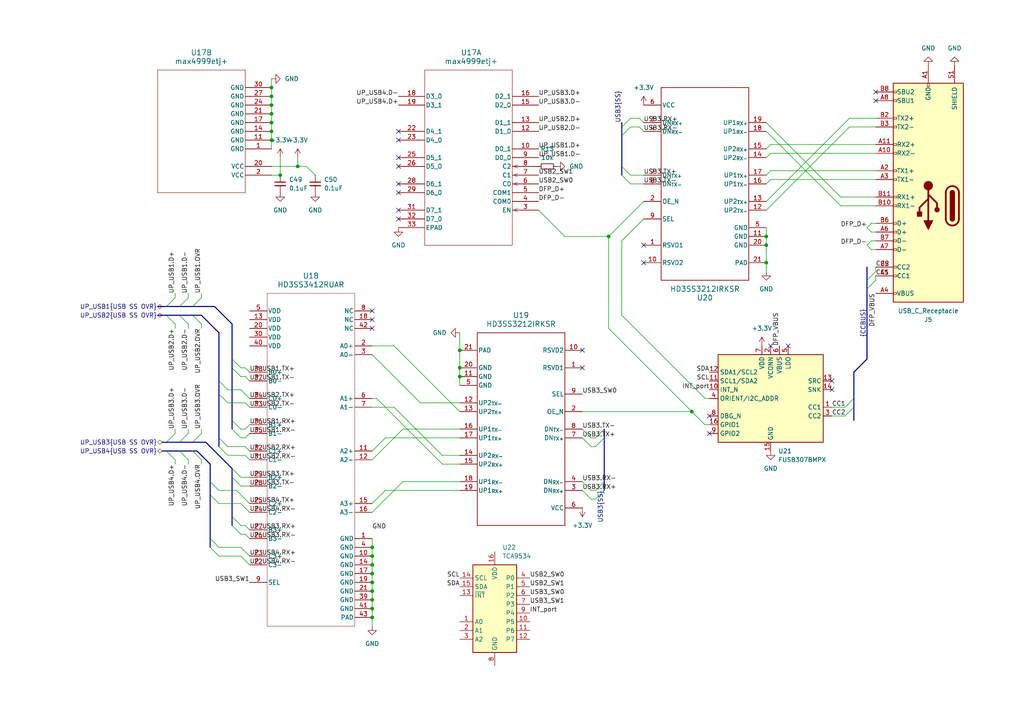
<source format=kicad_sch>
(kicad_sch (version 20230121) (generator eeschema)
  (paper "A4")
  (lib_symbols
    (symbol "Connector:USB_C_Receptacle" (pin_names (offset 1.016))
      (property "Reference" "J" (at -10.16 29.21 0))
      (property "Value" "USB_C_Receptacle" (at 10.16 29.21 0))
      (symbol "USB_C_Receptacle_0_0"
        (rectangle (start -0.254 -35.56) (end 0.254 -34.544))
        (rectangle (start 10.16 -32.766) (end 9.144 -33.274))
        (rectangle (start 10.16 -30.226) (end 9.144 -30.734))
        (rectangle (start 10.16 -25.146) (end 9.144 -25.654))
        (rectangle (start 10.16 -22.606) (end 9.144 -23.114))
        (rectangle (start 10.16 -17.526) (end 9.144 -18.034))
        (rectangle (start 10.16 -14.986) (end 9.144 -15.494))
        (rectangle (start 10.16 -9.906) (end 9.144 -10.414))
        (rectangle (start 10.16 -7.366) (end 9.144 -7.874))
        (rectangle (start 10.16 -2.286) (end 9.144 -2.794))
        (rectangle (start 10.16 0.254) (end 9.144 -0.254))
        (rectangle (start 10.16 5.334) (end 9.144 4.826))
        (rectangle (start 10.16 7.874) (end 9.144 7.366))
        (rectangle (start 10.16 10.414) (end 9.144 9.906))
        (rectangle (start 10.16 12.954) (end 9.144 12.446))
        (rectangle (start 10.16 18.034) (end 9.144 17.526))
        (rectangle (start 10.16 20.574) (end 9.144 20.066))
        (rectangle (start 10.16 25.654) (end 9.144 25.146))
      )
      (symbol "USB_C_Receptacle_0_1"
        (rectangle (start -10.16 27.94) (end 10.16 -35.56) (stroke (width 0.254)) (fill (type background)))
        (arc (start -8.89 -3.81) (mid -6.985 -5.7067) (end -5.08 -3.81) (stroke (width 0.508)))
        (arc (start -7.62 -3.81) (mid -6.985 -4.4423) (end -6.35 -3.81) (stroke (width 0.254)))
        (arc (start -7.62 -3.81) (mid -6.985 -4.4423) (end -6.35 -3.81) (stroke (width 0.254)) (fill (type outline)))
        (rectangle (start -7.62 -3.81) (end -6.35 3.81) (stroke (width 0.254)) (fill (type outline)))
        (arc (start -6.35 3.81) (mid -6.985 4.4423) (end -7.62 3.81) (stroke (width 0.254)))
        (arc (start -6.35 3.81) (mid -6.985 4.4423) (end -7.62 3.81) (stroke (width 0.254)) (fill (type outline)))
        (arc (start -5.08 3.81) (mid -6.985 5.7067) (end -8.89 3.81) (stroke (width 0.508)))
        (polyline (pts (xy -8.89 -3.81) (xy -8.89 3.81)) (stroke (width 0.508)))
        (polyline (pts (xy -5.08 3.81) (xy -5.08 -3.81)) (stroke (width 0.508)))
      )
      (symbol "USB_C_Receptacle_1_1"
        (circle (center -2.54 1.143) (radius 0.635) (stroke (width 0.254)) (fill (type outline)))
        (circle (center 0 -5.842) (radius 1.27) (fill (type outline)))
        (polyline (pts (xy 0 -5.842) (xy 0 4.318)) (stroke (width 0.508)))
        (polyline (pts (xy 0 -3.302) (xy -2.54 -0.762) (xy -2.54 0.508)) (stroke (width 0.508)))
        (polyline (pts (xy 0 -2.032) (xy 2.54 0.508) (xy 2.54 1.778)) (stroke (width 0.508)))
        (polyline (pts (xy -1.27 4.318) (xy 0 6.858) (xy 1.27 4.318) (xy -1.27 4.318)) (stroke (width 0.254)) (fill (type outline)))
        (rectangle (start 1.905 1.778) (end 3.175 3.048) (stroke (width 0.254)) (fill (type outline)))
        (pin passive line (at 0 -40.64 90) (length 5.08) (name "GND") (number "A1"))
        (pin bidirectional line (at 15.24 -15.24 180) (length 5.08) (name "RX2-") (number "A10"))
        (pin bidirectional line (at 15.24 -17.78 180) (length 5.08) (name "RX2+") (number "A11"))
        (pin passive line (at 0 -40.64 90) (length 5.08) hide (name "GND") (number "A12"))
        (pin bidirectional line (at 15.24 -10.16 180) (length 5.08) (name "TX1+") (number "A2"))
        (pin bidirectional line (at 15.24 -7.62 180) (length 5.08) (name "TX1-") (number "A3"))
        (pin passive line (at 15.24 25.4 180) (length 5.08) (name "VBUS") (number "A4"))
        (pin bidirectional line (at 15.24 20.32 180) (length 5.08) (name "CC1") (number "A5"))
        (pin bidirectional line (at 15.24 7.62 180) (length 5.08) (name "D+") (number "A6"))
        (pin bidirectional line (at 15.24 12.7 180) (length 5.08) (name "D-") (number "A7"))
        (pin bidirectional line (at 15.24 -30.48 180) (length 5.08) (name "SBU1") (number "A8"))
        (pin passive line (at 15.24 25.4 180) (length 5.08) hide (name "VBUS") (number "A9"))
        (pin passive line (at 0 -40.64 90) (length 5.08) hide (name "GND") (number "B1"))
        (pin bidirectional line (at 15.24 0 180) (length 5.08) (name "RX1-") (number "B10"))
        (pin bidirectional line (at 15.24 -2.54 180) (length 5.08) (name "RX1+") (number "B11"))
        (pin passive line (at 0 -40.64 90) (length 5.08) hide (name "GND") (number "B12"))
        (pin bidirectional line (at 15.24 -25.4 180) (length 5.08) (name "TX2+") (number "B2"))
        (pin bidirectional line (at 15.24 -22.86 180) (length 5.08) (name "TX2-") (number "B3"))
        (pin passive line (at 15.24 25.4 180) (length 5.08) hide (name "VBUS") (number "B4"))
        (pin bidirectional line (at 15.24 17.78 180) (length 5.08) (name "CC2") (number "B5"))
        (pin bidirectional line (at 15.24 5.08 180) (length 5.08) (name "D+") (number "B6"))
        (pin bidirectional line (at 15.24 10.16 180) (length 5.08) (name "D-") (number "B7"))
        (pin bidirectional line (at 15.24 -33.02 180) (length 5.08) (name "SBU2") (number "B8"))
        (pin passive line (at 15.24 25.4 180) (length 5.08) hide (name "VBUS") (number "B9"))
        (pin passive line (at -7.62 -40.64 90) (length 5.08) (name "SHIELD") (number "S1"))
      )
    )
    (symbol "Device:C_Small" (pin_numbers hide) (pin_names (offset 0.254) hide)
      (property "Reference" "C" (at 0.254 1.778 0))
      (property "Value" "C_Small" (at 0.254 -2.032 0))
      (symbol "C_Small_0_1"
        (polyline (pts (xy -1.524 -0.508) (xy 1.524 -0.508)) (stroke (width 0.3302)))
        (polyline (pts (xy -1.524 0.508) (xy 1.524 0.508)) (stroke (width 0.3048)))
      )
      (symbol "C_Small_1_1"
        (pin passive line (at 0 2.54 270) (length 2.032) (name "~") (number "1"))
        (pin passive line (at 0 -2.54 90) (length 2.032) (name "~") (number "2"))
      )
    )
    (symbol "Device:R_Small" (pin_numbers hide) (pin_names (offset 0.254) hide)
      (property "Reference" "R" (at 0.762 0.508 0))
      (property "Value" "R_Small" (at 0.762 -1.016 0))
      (symbol "R_Small_0_1"
        (rectangle (start -0.762 1.778) (end 0.762 -1.778) (stroke (width 0.2032)))
      )
      (symbol "R_Small_1_1"
        (pin passive line (at 0 2.54 270) (length 0.762) (name "~") (number "1"))
        (pin passive line (at 0 -2.54 90) (length 0.762) (name "~") (number "2"))
      )
    )
    (symbol "Interface_Expansion:TCA9534"
      (property "Reference" "U" (at -6.35 12.7 0))
      (property "Value" "TCA9534" (at 2.54 12.7 0))
      (symbol "TCA9534_0_1"
        (rectangle (start -6.35 -13.97) (end 6.35 11.43) (stroke (width 0.254)) (fill (type background)))
      )
      (symbol "TCA9534_1_1"
        (pin input line (at -10.16 -5.08 0) (length 3.81) (name "A0") (number "1"))
        (pin bidirectional line (at 10.16 -5.08 180) (length 3.81) (name "P5") (number "10"))
        (pin bidirectional line (at 10.16 -7.62 180) (length 3.81) (name "P6") (number "11"))
        (pin bidirectional line (at 10.16 -10.16 180) (length 3.81) (name "P7") (number "12"))
        (pin open_collector line (at -10.16 2.54 0) (length 3.81) (name "~{INT}") (number "13"))
        (pin input line (at -10.16 7.62 0) (length 3.81) (name "SCL") (number "14"))
        (pin bidirectional line (at -10.16 5.08 0) (length 3.81) (name "SDA") (number "15"))
        (pin power_in line (at 0 15.24 270) (length 3.81) (name "VDD") (number "16"))
        (pin input line (at -10.16 -7.62 0) (length 3.81) (name "A1") (number "2"))
        (pin input line (at -10.16 -10.16 0) (length 3.81) (name "A2") (number "3"))
        (pin bidirectional line (at 10.16 7.62 180) (length 3.81) (name "P0") (number "4"))
        (pin bidirectional line (at 10.16 5.08 180) (length 3.81) (name "P1") (number "5"))
        (pin bidirectional line (at 10.16 2.54 180) (length 3.81) (name "P2") (number "6"))
        (pin bidirectional line (at 10.16 0 180) (length 3.81) (name "P3") (number "7"))
        (pin power_in line (at 0 -17.78 90) (length 3.81) (name "GND") (number "8"))
        (pin bidirectional line (at 10.16 -2.54 180) (length 3.81) (name "P4") (number "9"))
      )
    )
    (symbol "Interface_USB:FUSB307BMPX"
      (property "Reference" "U" (at -15.24 13.97 0))
      (property "Value" "FUSB307BMPX" (at 6.35 13.97 0))
      (symbol "FUSB307BMPX_0_1"
        (rectangle (start -15.24 12.7) (end 15.24 -12.7) (stroke (width 0.254)) (fill (type background)))
      )
      (symbol "FUSB307BMPX_1_1"
        (pin bidirectional line (at 17.78 -2.54 180) (length 2.54) (name "CC1") (number "1"))
        (pin open_collector line (at -17.78 2.54 0) (length 2.54) (name "INT_N") (number "10"))
        (pin bidirectional line (at -17.78 5.08 0) (length 2.54) (name "SCL1/SDA2") (number "11"))
        (pin bidirectional line (at -17.78 7.62 0) (length 2.54) (name "SDA1/SCL2") (number "12"))
        (pin output line (at 17.78 5.08 180) (length 2.54) (name "SRC") (number "13"))
        (pin output line (at 17.78 2.54 180) (length 2.54) (name "SNK") (number "14"))
        (pin power_in line (at 0 -15.24 90) (length 2.54) (name "GND") (number "15"))
        (pin bidirectional line (at -17.78 -7.62 0) (length 2.54) (name "GPIO1") (number "16"))
        (pin passive line (at 0 -15.24 90) (length 2.54) hide (name "GND") (number "17"))
        (pin power_in line (at 0 15.24 270) (length 2.54) (name "VCONN") (number "2"))
        (pin bidirectional line (at 17.78 -5.08 180) (length 2.54) (name "CC2") (number "3"))
        (pin tri_state line (at -17.78 0 0) (length 2.54) (name "ORIENT/I2C_ADDR") (number "4"))
        (pin power_out line (at 5.08 15.24 270) (length 2.54) (name "LDO") (number "5"))
        (pin power_in line (at 2.54 15.24 270) (length 2.54) (name "VBUS") (number "6"))
        (pin power_in line (at -2.54 15.24 270) (length 2.54) (name "VDD") (number "7"))
        (pin open_collector line (at -17.78 -5.08 0) (length 2.54) (name "DBG_N") (number "8"))
        (pin bidirectional line (at -17.78 -10.16 0) (length 2.54) (name "GPIO2") (number "9"))
      )
    )
    (symbol "power:+3.3V" (power) (pin_names (offset 0))
      (property "Value" "+3.3V" (at 0 3.556 0))
      (symbol "+3.3V_0_1"
        (polyline (pts (xy -0.762 1.27) (xy 0 2.54)))
        (polyline (pts (xy 0 0) (xy 0 2.54)))
        (polyline (pts (xy 0 2.54) (xy 0.762 1.27)))
      )
      (symbol "+3.3V_1_1"
        (pin power_in line (at 0 0 90) (length 0) hide (name "+3.3V") (number "1"))
      )
    )
    (symbol "power:GND" (power) (pin_names (offset 0))
      (property "Value" "GND" (at 0 -3.81 0))
      (symbol "GND_0_1"
        (polyline (pts (xy 0 0) (xy 0 -1.27) (xy 1.27 -1.27) (xy 0 -2.54) (xy -1.27 -1.27) (xy 0 -1.27)))
      )
      (symbol "GND_1_1"
        (pin power_in line (at 0 0 270) (length 0) hide (name "GND") (number "1"))
      )
    )
    (symbol "project-library:HD3SS3212IRKSR" (pin_names (offset 0.254))
      (property "Reference" "U2" (at 0 -33.02 0))
      (property "Value" "HD3SS3212IRKSR" (at 0 -30.48 0))
      (symbol "HD3SS3212IRKSR_0_1"
        (polyline (pts (xy -12.7 -27.94) (xy 12.7 -27.94)) (stroke (width 0.2032)))
        (polyline (pts (xy -12.7 27.94) (xy -12.7 -27.94)) (stroke (width 0.2032)))
        (polyline (pts (xy 12.7 -27.94) (xy 12.7 27.94)) (stroke (width 0.2032)))
        (polyline (pts (xy 12.7 27.94) (xy -12.7 27.94)) (stroke (width 0.2032)))
        (pin unspecified line (at -17.78 -17.78 0) (length 5.08) (name "RSVD1") (number "1"))
        (pin unspecified line (at -17.78 -22.86 0) (length 5.08) (name "RSVD2") (number "10"))
        (pin power_in line (at 17.78 -15.24 180) (length 5.08) (name "GND") (number "11"))
        (pin input line (at -17.78 -5.08 0) (length 5.08) (name "OE_N") (number "2"))
        (pin power_in line (at 17.78 -17.78 180) (length 5.08) (name "GND") (number "20"))
        (pin power_in line (at 17.78 -22.86 180) (length 5.08) (name "PAD") (number "21"))
        (pin power_in line (at 17.78 -12.7 180) (length 5.08) (name "GND") (number "5"))
        (pin power_in line (at -17.78 22.86 0) (length 5.08) (name "VCC") (number "6"))
        (pin input line (at -17.78 -10.16 0) (length 5.08) (name "SEL") (number "9"))
      )
      (symbol "HD3SS3212IRKSR_1_1"
        (pin bidirectional line (at 17.78 -7.62 180) (length 5.08) (name "UP2_{TX-}") (number "12"))
        (pin bidirectional line (at 17.78 -5.08 180) (length 5.08) (name "UP2_{TX+}") (number "13"))
        (pin bidirectional line (at 17.78 7.62 180) (length 5.08) (name "UP2_{RX-}") (number "14"))
        (pin bidirectional line (at 17.78 10.16 180) (length 5.08) (name "UP2_{RX+}") (number "15"))
        (pin bidirectional line (at 17.78 0 180) (length 5.08) (name "UP1_{TX-}") (number "16"))
        (pin bidirectional line (at 17.78 2.54 180) (length 5.08) (name "UP1_{TX+}") (number "17"))
        (pin bidirectional line (at 17.78 15.24 180) (length 5.08) (name "UP1_{RX-}") (number "18"))
        (pin bidirectional line (at 17.78 17.78 180) (length 5.08) (name "UP1_{RX+}") (number "19"))
        (pin bidirectional line (at -17.78 17.78 0) (length 5.08) (name "DN_{RX+}") (number "3"))
        (pin bidirectional line (at -17.78 15.24 0) (length 5.08) (name "DN_{RX-}") (number "4"))
        (pin bidirectional line (at -17.78 2.54 0) (length 5.08) (name "DN_{TX+}") (number "7"))
        (pin bidirectional line (at -17.78 0 0) (length 5.08) (name "DN_{TX-}") (number "8"))
      )
    )
    (symbol "project-library:HD3SS3412RUAR" (pin_names (offset 0.254))
      (property "Reference" "U" (at 0 2.54 0))
      (property "Value" "HD3SS3412RUAR" (at 0 0 0))
      (symbol "HD3SS3412RUAR_0_1"
        (polyline (pts (xy -12.7 -48.26) (xy 12.7 -48.26)) (stroke (width 0.1016)))
        (polyline (pts (xy -12.7 48.26) (xy -12.7 -48.26)) (stroke (width 0.1016)))
        (polyline (pts (xy 12.7 -48.26) (xy 12.7 48.26)) (stroke (width 0.1016)))
        (polyline (pts (xy 12.7 48.26) (xy -12.7 48.26)) (stroke (width 0.1016)))
        (pin power_in line (at 17.78 -22.86 180) (length 5.08) (name "GND") (number "1"))
        (pin power_in line (at 17.78 -27.94 180) (length 5.08) (name "GND") (number "10"))
        (pin bidirectional line (at 17.78 2.54 180) (length 5.08) (name "A2+") (number "11"))
        (pin bidirectional line (at 17.78 0 180) (length 5.08) (name "A2-") (number "12"))
        (pin power_in line (at -17.78 40.64 0) (length 5.08) (name "VDD") (number "13"))
        (pin power_in line (at 17.78 -30.48 180) (length 5.08) (name "GND") (number "14"))
        (pin bidirectional line (at 17.78 -12.7 180) (length 5.08) (name "A3+") (number "15"))
        (pin bidirectional line (at 17.78 -15.24 180) (length 5.08) (name "A3-") (number "16"))
        (pin power_in line (at 17.78 -33.02 180) (length 5.08) (name "GND") (number "17"))
        (pin unspecified line (at 17.78 40.64 180) (length 5.08) (name "NC") (number "18"))
        (pin power_in line (at 17.78 -35.56 180) (length 5.08) (name "GND") (number "19"))
        (pin bidirectional line (at 17.78 33.02 180) (length 5.08) (name "A0+") (number "2"))
        (pin power_in line (at -17.78 38.1 0) (length 5.08) (name "VDD") (number "20"))
        (pin power_in line (at 17.78 -38.1 180) (length 5.08) (name "GND") (number "21"))
        (pin bidirectional line (at -17.78 -30.48 0) (length 5.08) (name "C3-") (number "22"))
        (pin bidirectional line (at -17.78 -27.94 0) (length 5.08) (name "C3+") (number "23"))
        (pin bidirectional line (at -17.78 -15.24 0) (length 5.08) (name "C2-") (number "24"))
        (pin bidirectional line (at -17.78 -12.7 0) (length 5.08) (name "C2+") (number "25"))
        (pin bidirectional line (at -17.78 -22.86 0) (length 5.08) (name "B3-") (number "26"))
        (pin bidirectional line (at -17.78 -20.32 0) (length 5.08) (name "B3+") (number "27"))
        (pin bidirectional line (at -17.78 -7.62 0) (length 5.08) (name "B2-") (number "28"))
        (pin bidirectional line (at -17.78 -5.08 0) (length 5.08) (name "B2+") (number "29"))
        (pin bidirectional line (at 17.78 30.48 180) (length 5.08) (name "A0-") (number "3"))
        (pin power_in line (at -17.78 35.56 0) (length 5.08) (name "VDD") (number "30"))
        (pin bidirectional line (at -17.78 0 0) (length 5.08) (name "C1-") (number "31"))
        (pin bidirectional line (at -17.78 2.54 0) (length 5.08) (name "C1+") (number "32"))
        (pin bidirectional line (at -17.78 15.24 0) (length 5.08) (name "C0-") (number "33"))
        (pin bidirectional line (at -17.78 17.78 0) (length 5.08) (name "C0+") (number "34"))
        (pin bidirectional line (at -17.78 7.62 0) (length 5.08) (name "B1-") (number "35"))
        (pin bidirectional line (at -17.78 10.16 0) (length 5.08) (name "B1+") (number "36"))
        (pin bidirectional line (at -17.78 22.86 0) (length 5.08) (name "B0-") (number "37"))
        (pin bidirectional line (at -17.78 25.4 0) (length 5.08) (name "B0+") (number "38"))
        (pin power_in line (at 17.78 -40.64 180) (length 5.08) (name "GND") (number "39"))
        (pin power_in line (at 17.78 -25.4 180) (length 5.08) (name "GND") (number "4"))
        (pin power_in line (at -17.78 33.02 0) (length 5.08) (name "VDD") (number "40"))
        (pin power_in line (at 17.78 -43.18 180) (length 5.08) (name "GND") (number "41"))
        (pin unspecified line (at 17.78 38.1 180) (length 5.08) (name "NC") (number "42"))
        (pin power_in line (at 17.78 -45.72 180) (length 5.08) (name "PAD") (number "43"))
        (pin power_in line (at -17.78 43.18 0) (length 5.08) (name "VDD") (number "5"))
        (pin bidirectional line (at 17.78 17.78 180) (length 5.08) (name "A1+") (number "6"))
        (pin bidirectional line (at 17.78 15.24 180) (length 5.08) (name "A1-") (number "7"))
        (pin unspecified line (at 17.78 43.18 180) (length 5.08) (name "NC") (number "8"))
        (pin input line (at -17.78 -35.56 0) (length 5.08) (name "SEL") (number "9"))
      )
    )
    (symbol "project-library:max4999etj+" (pin_names (offset 0.254))
      (property "Reference" "U" (at 20.32 10.16 0))
      (property "Value" "max4999etj+" (at 20.32 7.62 0))
      (symbol "max4999etj+_1_1"
        (polyline (pts (xy 7.0993 -17.78) (xy 6.0579 -18.3007)) (stroke (width 0.127)))
        (polyline (pts (xy 7.0993 -17.78) (xy 6.0579 -17.2593)) (stroke (width 0.127)))
        (polyline (pts (xy 7.0993 -15.24) (xy 6.0579 -15.7607)) (stroke (width 0.127)))
        (polyline (pts (xy 7.0993 -15.24) (xy 6.0579 -14.7193)) (stroke (width 0.127)))
        (polyline (pts (xy 7.0993 -12.7) (xy 6.0579 -13.2207)) (stroke (width 0.127)))
        (polyline (pts (xy 7.0993 -12.7) (xy 6.0579 -12.1793)) (stroke (width 0.127)))
        (polyline (pts (xy 7.0993 -5.08) (xy 6.0579 -5.6007)) (stroke (width 0.127)))
        (polyline (pts (xy 7.0993 -5.08) (xy 6.0579 -4.5593)) (stroke (width 0.127)))
        (polyline (pts (xy 7.62 -45.72) (xy 33.02 -45.72)) (stroke (width 0.127)))
        (polyline (pts (xy 7.62 5.08) (xy 7.62 -45.72)) (stroke (width 0.127)))
        (polyline (pts (xy 33.02 -45.72) (xy 33.02 5.08)) (stroke (width 0.127)))
        (polyline (pts (xy 33.02 5.08) (xy 7.62 5.08)) (stroke (width 0.127)))
        (pin unspecified line (at 0 -22.86 0) (length 7.62) (name "D0_1") (number "10"))
        (pin unspecified line (at 0 -27.94 0) (length 7.62) (name "D1_0") (number "12"))
        (pin unspecified line (at 0 -30.48 0) (length 7.62) (name "D1_1") (number "13"))
        (pin unspecified line (at 0 -35.56 0) (length 7.62) (name "D2_0") (number "15"))
        (pin unspecified line (at 0 -38.1 0) (length 7.62) (name "D2_1") (number "16"))
        (pin unspecified line (at 40.64 -38.1 180) (length 7.62) (name "D3_0") (number "18"))
        (pin unspecified line (at 40.64 -35.56 180) (length 7.62) (name "D3_1") (number "19"))
        (pin unspecified line (at 40.64 -27.94 180) (length 7.62) (name "D4_1") (number "22"))
        (pin unspecified line (at 40.64 -25.4 180) (length 7.62) (name "D4_0") (number "23"))
        (pin unspecified line (at 40.64 -20.32 180) (length 7.62) (name "D5_1") (number "25"))
        (pin unspecified line (at 40.64 -17.78 180) (length 7.62) (name "D5_0") (number "26"))
        (pin unspecified line (at 40.64 -12.7 180) (length 7.62) (name "D6_1") (number "28"))
        (pin unspecified line (at 40.64 -10.16 180) (length 7.62) (name "D6_0") (number "29"))
        (pin input line (at 0 -5.08 0) (length 7.62) (name "EN") (number "3"))
        (pin unspecified line (at 40.64 -5.08 180) (length 7.62) (name "D7_1") (number "31"))
        (pin unspecified line (at 40.64 -2.54 180) (length 7.62) (name "D7_0") (number "32"))
        (pin unspecified line (at 40.64 0 180) (length 7.62) (name "EPAD") (number "33"))
        (pin unspecified line (at 0 -7.62 0) (length 7.62) (name "COM0") (number "4"))
        (pin unspecified line (at 0 -10.16 0) (length 7.62) (name "COM1") (number "5"))
        (pin input line (at 0 -12.7 0) (length 7.62) (name "C0") (number "6"))
        (pin input line (at 0 -15.24 0) (length 7.62) (name "C1") (number "7"))
        (pin input line (at 0 -17.78 0) (length 7.62) (name "C2") (number "8"))
        (pin unspecified line (at 0 -20.32 0) (length 7.62) (name "D0_0") (number "9"))
      )
      (symbol "max4999etj+_2_1"
        (polyline (pts (xy 7.62 -30.48) (xy 33.02 -30.48)) (stroke (width 0.127)))
        (polyline (pts (xy 7.62 5.08) (xy 7.62 -30.48)) (stroke (width 0.127)))
        (polyline (pts (xy 33.02 -30.48) (xy 33.02 5.08)) (stroke (width 0.127)))
        (polyline (pts (xy 33.02 5.08) (xy 7.62 5.08)) (stroke (width 0.127)))
        (pin power_in line (at 0 -7.62 0) (length 7.62) (name "GND") (number "1"))
        (pin power_in line (at 0 -10.16 0) (length 7.62) (name "GND") (number "11"))
        (pin power_in line (at 0 -12.7 0) (length 7.62) (name "GND") (number "14"))
        (pin power_in line (at 0 -15.24 0) (length 7.62) (name "GND") (number "17"))
        (pin power_in line (at 0 0 0) (length 7.62) (name "VCC") (number "2"))
        (pin power_in line (at 0 -2.54 0) (length 7.62) (name "VCC") (number "20"))
        (pin power_in line (at 0 -17.78 0) (length 7.62) (name "GND") (number "21"))
        (pin power_in line (at 0 -20.32 0) (length 7.62) (name "GND") (number "24"))
        (pin power_in line (at 0 -22.86 0) (length 7.62) (name "GND") (number "27"))
        (pin power_in line (at 0 -25.4 0) (length 7.62) (name "GND") (number "30"))
      )
    )
  )
  (junction (at 107.95 166.37))
  (junction (at 200.66 119.38))
  (junction (at 86.36 48.26))
  (junction (at 176.53 68.58))
  (junction (at 81.28 50.8))
  (junction (at 78.74 38.1))
  (junction (at 107.95 163.83))
  (junction (at 78.74 25.4))
  (junction (at 222.25 76.2))
  (junction (at 78.74 35.56))
  (junction (at 107.95 168.91))
  (junction (at 107.95 173.99))
  (junction (at 222.25 68.58))
  (junction (at 222.25 71.12))
  (junction (at 107.95 179.07))
  (junction (at 78.74 33.02))
  (junction (at 133.35 109.22))
  (junction (at 78.74 40.64))
  (junction (at 133.35 101.6))
  (junction (at 107.95 176.53))
  (junction (at 107.95 171.45))
  (junction (at 107.95 158.75))
  (junction (at 107.95 161.29))
  (junction (at 133.35 106.68))
  (junction (at 78.74 27.94))
  (junction (at 78.74 30.48))
  (no_connect (at 107.95 95.25))
  (no_connect (at 107.95 92.71))
  (no_connect (at 115.57 48.26))
  (no_connect (at 241.3 113.03))
  (no_connect (at 115.57 38.1))
  (no_connect (at 241.3 110.49))
  (no_connect (at 254 26.67))
  (no_connect (at 205.74 120.65))
  (no_connect (at 115.57 40.64))
  (no_connect (at 186.69 71.12))
  (no_connect (at 115.57 63.5))
  (no_connect (at 115.57 53.34))
  (no_connect (at 254 29.21))
  (no_connect (at 115.57 60.96))
  (no_connect (at 107.95 90.17))
  (no_connect (at 168.91 106.68))
  (no_connect (at 228.6 100.33))
  (no_connect (at 223.52 100.33))
  (no_connect (at 205.74 125.73))
  (no_connect (at 115.57 55.88))
  (no_connect (at 168.91 101.6))
  (no_connect (at 186.69 76.2))
  (no_connect (at 115.57 45.72))
  (bus_entry (at 175.26 142.24) (size -2.54 2.54))
  (bus_entry (at 180.34 50.8) (size 2.54 2.54))
  (bus_entry (at 180.34 48.26) (size 2.54 2.54))
  (bus_entry (at 175.26 139.7) (size -2.54 2.54))
  (bus_entry (at 52.07 91.44) (size 2.54 2.54))
  (bus_entry (at 48.26 130.81) (size 2.54 2.54))
  (bus_entry (at 60.96 158.75) (size 2.54 2.54))
  (bus_entry (at 60.96 156.21) (size 2.54 2.54))
  (bus_entry (at 67.31 152.4) (size 2.54 2.54))
  (bus_entry (at 251.46 83.82) (size 2.54 -2.54))
  (bus_entry (at 48.26 128.27) (size 2.54 -2.54))
  (bus_entry (at 55.88 91.44) (size 2.54 2.54))
  (bus_entry (at 48.26 88.9) (size 2.54 -2.54))
  (bus_entry (at 67.31 121.92) (size 2.54 2.54))
  (bus_entry (at 52.07 88.9) (size 2.54 -2.54))
  (bus_entry (at 48.26 91.44) (size 2.54 2.54))
  (bus_entry (at 55.88 130.81) (size 2.54 2.54))
  (bus_entry (at 60.96 139.7) (size 2.54 2.54))
  (bus_entry (at 67.31 124.46) (size 2.54 2.54))
  (bus_entry (at 175.26 127) (size -2.54 2.54))
  (bus_entry (at 175.26 124.46) (size -2.54 2.54))
  (bus_entry (at 63.5 129.54) (size 2.54 2.54))
  (bus_entry (at 55.88 128.27) (size 2.54 -2.54))
  (bus_entry (at 180.34 36.83) (size 2.54 -2.54))
  (bus_entry (at 63.5 110.49) (size 2.54 2.54))
  (bus_entry (at 55.88 88.9) (size 2.54 -2.54))
  (bus_entry (at 180.34 39.37) (size 2.54 -2.54))
  (bus_entry (at 60.96 143.51) (size 2.54 2.54))
  (bus_entry (at 247.65 115.57) (size -2.54 2.54))
  (bus_entry (at 52.07 130.81) (size 2.54 2.54))
  (bus_entry (at 67.31 104.14) (size 2.54 2.54))
  (bus_entry (at 247.65 118.11) (size -2.54 2.54))
  (bus_entry (at 67.31 138.43) (size 2.54 2.54))
  (bus_entry (at 63.5 114.3) (size 2.54 2.54))
  (bus_entry (at 63.5 127) (size 2.54 2.54))
  (bus_entry (at 67.31 106.68) (size 2.54 2.54))
  (bus_entry (at 67.31 149.86) (size 2.54 2.54))
  (bus_entry (at 251.46 81.28) (size 2.54 -2.54))
  (bus_entry (at 67.31 135.89) (size 2.54 2.54))
  (bus_entry (at 52.07 128.27) (size 2.54 -2.54))
  (bus (pts (xy 48.26 88.9) (xy 52.07 88.9)))
  (bus (pts (xy 63.5 114.3) (xy 63.5 127)))
  (wire (pts (xy 254 77.47) (xy 254 78.74)))
  (wire (pts (xy 66.04 116.84) (xy 71.12 116.84)))
  (wire (pts (xy 71.12 127) (xy 72.39 125.73)))
  (wire (pts (xy 86.36 45.72) (xy 86.36 48.26)))
  (wire (pts (xy 63.5 146.05) (xy 69.85 146.05)))
  (wire (pts (xy 107.95 118.11) (xy 114.3 118.11)))
  (wire (pts (xy 172.72 144.78) (xy 171.45 144.78)))
  (wire (pts (xy 241.3 118.11) (xy 245.11 118.11)))
  (bus (pts (xy 180.34 36.83) (xy 180.34 39.37)))
  (wire (pts (xy 69.85 154.94) (xy 71.12 154.94)))
  (wire (pts (xy 69.85 113.03) (xy 72.39 115.57)))
  (wire (pts (xy 54.61 124.46) (xy 54.61 125.73)))
  (wire (pts (xy 254 44.45) (xy 223.52 44.45)))
  (wire (pts (xy 78.74 40.64) (xy 78.74 43.18)))
  (wire (pts (xy 171.45 144.78) (xy 168.91 142.24)))
  (wire (pts (xy 107.95 176.53) (xy 107.95 179.07)))
  (bus (pts (xy 57.15 130.81) (xy 60.96 134.62)))
  (bus (pts (xy 48.26 128.27) (xy 52.07 128.27)))
  (bus (pts (xy 175.26 124.46) (xy 175.26 127)))
  (wire (pts (xy 133.35 124.46) (xy 116.84 124.46)))
  (wire (pts (xy 128.27 134.62) (xy 109.22 115.57)))
  (wire (pts (xy 254 80.01) (xy 254 81.28)))
  (bus (pts (xy 46.99 130.81) (xy 48.26 130.81)))
  (wire (pts (xy 223.52 44.45) (xy 222.25 45.72)))
  (wire (pts (xy 133.35 109.22) (xy 133.35 111.76)))
  (bus (pts (xy 67.31 149.86) (xy 67.31 152.4)))
  (bus (pts (xy 60.96 156.21) (xy 60.96 158.75)))
  (bus (pts (xy 63.5 96.52) (xy 63.5 110.49)))
  (wire (pts (xy 251.46 71.12) (xy 252.73 69.85)))
  (wire (pts (xy 50.8 133.35) (xy 50.8 134.62)))
  (wire (pts (xy 116.84 124.46) (xy 107.95 133.35)))
  (wire (pts (xy 69.85 138.43) (xy 72.39 138.43)))
  (wire (pts (xy 205.74 115.57) (xy 204.47 115.57)))
  (wire (pts (xy 254 64.77) (xy 252.73 64.77)))
  (wire (pts (xy 58.42 133.35) (xy 58.42 134.62)))
  (wire (pts (xy 58.42 124.46) (xy 58.42 125.73)))
  (wire (pts (xy 182.88 53.34) (xy 186.69 53.34)))
  (bus (pts (xy 251.46 83.82) (xy 251.46 104.14)))
  (bus (pts (xy 247.65 118.11) (xy 247.65 121.92)))
  (wire (pts (xy 107.95 171.45) (xy 107.95 173.99)))
  (bus (pts (xy 67.31 121.92) (xy 67.31 124.46)))
  (wire (pts (xy 50.8 85.09) (xy 50.8 86.36)))
  (wire (pts (xy 133.35 101.6) (xy 133.35 106.68)))
  (wire (pts (xy 78.74 25.4) (xy 78.74 27.94)))
  (bus (pts (xy 67.31 93.98) (xy 67.31 104.14)))
  (wire (pts (xy 243.84 59.69) (xy 222.25 38.1)))
  (wire (pts (xy 78.74 27.94) (xy 78.74 30.48)))
  (wire (pts (xy 107.95 161.29) (xy 107.95 163.83)))
  (wire (pts (xy 107.95 179.07) (xy 107.95 181.61)))
  (bus (pts (xy 60.96 139.7) (xy 60.96 143.51)))
  (wire (pts (xy 71.12 116.84) (xy 72.39 118.11)))
  (wire (pts (xy 172.72 142.24) (xy 171.45 142.24)))
  (wire (pts (xy 163.83 68.58) (xy 156.21 60.96)))
  (wire (pts (xy 223.52 52.07) (xy 222.25 53.34)))
  (wire (pts (xy 111.76 127) (xy 107.95 130.81)))
  (bus (pts (xy 251.46 81.28) (xy 251.46 83.82)))
  (wire (pts (xy 133.35 132.08) (xy 128.27 132.08)))
  (bus (pts (xy 175.26 127) (xy 175.26 139.7)))
  (bus (pts (xy 180.34 39.37) (xy 180.34 48.26)))
  (bus (pts (xy 52.07 91.44) (xy 55.88 91.44)))
  (wire (pts (xy 107.95 100.33) (xy 114.3 100.33)))
  (wire (pts (xy 58.42 93.98) (xy 58.42 95.25)))
  (wire (pts (xy 111.76 142.24) (xy 107.95 146.05)))
  (wire (pts (xy 58.42 85.09) (xy 58.42 86.36)))
  (wire (pts (xy 133.35 116.84) (xy 121.92 116.84)))
  (wire (pts (xy 69.85 124.46) (xy 71.12 124.46)))
  (wire (pts (xy 246.38 34.29) (xy 222.25 58.42)))
  (bus (pts (xy 55.88 128.27) (xy 59.69 128.27)))
  (wire (pts (xy 171.45 129.54) (xy 168.91 127)))
  (wire (pts (xy 172.72 129.54) (xy 171.45 129.54)))
  (bus (pts (xy 251.46 104.14) (xy 247.65 107.95)))
  (wire (pts (xy 69.85 152.4) (xy 71.12 152.4)))
  (wire (pts (xy 171.45 127) (xy 168.91 124.46)))
  (wire (pts (xy 88.9 48.26) (xy 91.44 50.8)))
  (wire (pts (xy 66.04 132.08) (xy 71.12 132.08)))
  (wire (pts (xy 182.88 50.8) (xy 186.69 50.8)))
  (wire (pts (xy 71.12 124.46) (xy 72.39 123.19)))
  (wire (pts (xy 63.5 161.29) (xy 69.85 161.29)))
  (wire (pts (xy 54.61 85.09) (xy 54.61 86.36)))
  (wire (pts (xy 251.46 66.04) (xy 252.73 64.77)))
  (wire (pts (xy 116.84 139.7) (xy 107.95 148.59)))
  (wire (pts (xy 50.8 124.46) (xy 50.8 125.73)))
  (bus (pts (xy 55.88 88.9) (xy 62.23 88.9)))
  (wire (pts (xy 222.25 66.04) (xy 222.25 68.58)))
  (wire (pts (xy 243.84 57.15) (xy 222.25 35.56)))
  (wire (pts (xy 222.25 68.58) (xy 222.25 71.12)))
  (wire (pts (xy 222.25 76.2) (xy 222.25 78.74)))
  (wire (pts (xy 107.95 166.37) (xy 107.95 168.91)))
  (wire (pts (xy 133.35 127) (xy 111.76 127)))
  (wire (pts (xy 222.25 71.12) (xy 222.25 76.2)))
  (wire (pts (xy 254 52.07) (xy 223.52 52.07)))
  (wire (pts (xy 71.12 154.94) (xy 72.39 156.21)))
  (bus (pts (xy 45.72 91.44) (xy 48.26 91.44)))
  (wire (pts (xy 69.85 158.75) (xy 72.39 161.29)))
  (wire (pts (xy 176.53 68.58) (xy 163.83 68.58)))
  (wire (pts (xy 254 49.53) (xy 223.52 49.53)))
  (wire (pts (xy 63.5 158.75) (xy 69.85 158.75)))
  (bus (pts (xy 55.88 130.81) (xy 57.15 130.81)))
  (wire (pts (xy 172.72 127) (xy 171.45 127)))
  (wire (pts (xy 168.91 119.38) (xy 200.66 119.38)))
  (wire (pts (xy 86.36 48.26) (xy 88.9 48.26)))
  (wire (pts (xy 254 57.15) (xy 243.84 57.15)))
  (wire (pts (xy 68.58 142.24) (xy 72.39 146.05)))
  (bus (pts (xy 46.99 128.27) (xy 48.26 128.27)))
  (wire (pts (xy 69.85 161.29) (xy 72.39 163.83)))
  (bus (pts (xy 55.88 91.44) (xy 58.42 91.44)))
  (wire (pts (xy 182.88 34.29) (xy 185.42 34.29)))
  (wire (pts (xy 71.12 106.68) (xy 72.39 107.95)))
  (wire (pts (xy 63.5 142.24) (xy 68.58 142.24)))
  (wire (pts (xy 254 34.29) (xy 246.38 34.29)))
  (wire (pts (xy 78.74 30.48) (xy 78.74 33.02)))
  (wire (pts (xy 114.3 100.33) (xy 133.35 119.38)))
  (wire (pts (xy 69.85 140.97) (xy 72.39 140.97)))
  (bus (pts (xy 67.31 138.43) (xy 67.31 149.86)))
  (bus (pts (xy 180.34 48.26) (xy 180.34 50.8)))
  (wire (pts (xy 78.74 35.56) (xy 78.74 38.1)))
  (wire (pts (xy 171.45 142.24) (xy 168.91 139.7)))
  (bus (pts (xy 60.96 134.62) (xy 60.96 139.7)))
  (bus (pts (xy 180.34 35.56) (xy 180.34 36.83)))
  (wire (pts (xy 254 59.69) (xy 243.84 59.69)))
  (wire (pts (xy 185.42 36.83) (xy 186.69 38.1)))
  (wire (pts (xy 176.53 68.58) (xy 186.69 58.42)))
  (wire (pts (xy 54.61 93.98) (xy 54.61 95.25)))
  (wire (pts (xy 50.8 93.98) (xy 50.8 95.25)))
  (bus (pts (xy 48.26 130.81) (xy 52.07 130.81)))
  (bus (pts (xy 60.96 143.51) (xy 60.96 156.21)))
  (wire (pts (xy 78.74 50.8) (xy 81.28 50.8)))
  (wire (pts (xy 71.12 109.22) (xy 72.39 110.49)))
  (wire (pts (xy 223.52 49.53) (xy 222.25 50.8)))
  (wire (pts (xy 71.12 152.4) (xy 72.39 153.67)))
  (wire (pts (xy 107.95 173.99) (xy 107.95 176.53)))
  (wire (pts (xy 69.85 127) (xy 71.12 127)))
  (wire (pts (xy 252.73 72.39) (xy 254 72.39)))
  (bus (pts (xy 67.31 104.14) (xy 67.31 106.68)))
  (wire (pts (xy 107.95 158.75) (xy 107.95 161.29)))
  (wire (pts (xy 246.38 36.83) (xy 222.25 60.96)))
  (wire (pts (xy 128.27 132.08) (xy 114.3 118.11)))
  (bus (pts (xy 63.5 127) (xy 63.5 129.54)))
  (wire (pts (xy 78.74 38.1) (xy 78.74 40.64)))
  (wire (pts (xy 254 41.91) (xy 223.52 41.91)))
  (wire (pts (xy 254 36.83) (xy 246.38 36.83)))
  (wire (pts (xy 69.85 106.68) (xy 71.12 106.68)))
  (wire (pts (xy 133.35 139.7) (xy 116.84 139.7)))
  (wire (pts (xy 54.61 133.35) (xy 54.61 134.62)))
  (wire (pts (xy 180.34 69.85) (xy 186.69 63.5)))
  (bus (pts (xy 59.69 128.27) (xy 67.31 135.89)))
  (wire (pts (xy 78.74 48.26) (xy 86.36 48.26)))
  (wire (pts (xy 241.3 120.65) (xy 245.11 120.65)))
  (wire (pts (xy 133.35 142.24) (xy 111.76 142.24)))
  (wire (pts (xy 180.34 91.44) (xy 180.34 69.85)))
  (wire (pts (xy 204.47 115.57) (xy 180.34 91.44)))
  (bus (pts (xy 251.46 77.47) (xy 251.46 81.28)))
  (bus (pts (xy 52.07 128.27) (xy 55.88 128.27)))
  (bus (pts (xy 63.5 110.49) (xy 63.5 114.3)))
  (wire (pts (xy 251.46 66.04) (xy 252.73 67.31)))
  (bus (pts (xy 52.07 130.81) (xy 55.88 130.81)))
  (wire (pts (xy 200.66 119.38) (xy 204.47 123.19)))
  (wire (pts (xy 66.04 129.54) (xy 71.12 129.54)))
  (wire (pts (xy 121.92 116.84) (xy 107.95 102.87)))
  (wire (pts (xy 176.53 95.25) (xy 200.66 119.38)))
  (wire (pts (xy 107.95 156.21) (xy 107.95 158.75)))
  (wire (pts (xy 107.95 168.91) (xy 107.95 171.45)))
  (wire (pts (xy 69.85 146.05) (xy 72.39 148.59)))
  (bus (pts (xy 62.23 88.9) (xy 67.31 93.98)))
  (wire (pts (xy 81.28 45.72) (xy 81.28 50.8)))
  (bus (pts (xy 58.42 91.44) (xy 63.5 96.52)))
  (wire (pts (xy 78.74 22.86) (xy 78.74 25.4)))
  (bus (pts (xy 52.07 88.9) (xy 55.88 88.9)))
  (bus (pts (xy 67.31 135.89) (xy 67.31 138.43)))
  (wire (pts (xy 107.95 163.83) (xy 107.95 166.37)))
  (wire (pts (xy 185.42 34.29) (xy 186.69 35.56)))
  (bus (pts (xy 247.65 115.57) (xy 247.65 118.11)))
  (wire (pts (xy 252.73 67.31) (xy 254 67.31)))
  (wire (pts (xy 69.85 109.22) (xy 71.12 109.22)))
  (bus (pts (xy 67.31 106.68) (xy 67.31 121.92)))
  (wire (pts (xy 176.53 95.25) (xy 176.53 68.58)))
  (wire (pts (xy 133.35 134.62) (xy 128.27 134.62)))
  (wire (pts (xy 71.12 129.54) (xy 72.39 130.81)))
  (bus (pts (xy 175.26 139.7) (xy 175.26 142.24)))
  (bus (pts (xy 48.26 91.44) (xy 52.07 91.44)))
  (wire (pts (xy 71.12 132.08) (xy 72.39 133.35)))
  (wire (pts (xy 254 69.85) (xy 252.73 69.85)))
  (wire (pts (xy 107.95 115.57) (xy 109.22 115.57)))
  (wire (pts (xy 223.52 41.91) (xy 222.25 43.18)))
  (wire (pts (xy 205.74 123.19) (xy 204.47 123.19)))
  (bus (pts (xy 247.65 107.95) (xy 247.65 115.57)))
  (wire (pts (xy 251.46 71.12) (xy 252.73 72.39)))
  (bus (pts (xy 45.72 88.9) (xy 48.26 88.9)))
  (wire (pts (xy 78.74 33.02) (xy 78.74 35.56)))
  (wire (pts (xy 133.35 106.68) (xy 133.35 109.22)))
  (wire (pts (xy 133.35 96.52) (xy 133.35 101.6)))
  (wire (pts (xy 182.88 36.83) (xy 185.42 36.83)))
  (wire (pts (xy 66.04 113.03) (xy 69.85 113.03)))
  (label "CC1" (at 241.3 118.11 0))
  (label "INT_port" (at 205.74 113.03 180))
  (label "CC2" (at 241.3 120.65 0))
  (label "UP_USB4.RX-" (at 72.39 163.83 0))
  (label "USB3_SW0" (at 153.67 172.72 0))
  (label "USB3.TX-" (at 186.69 53.34 0))
  (label "UP_USB1.D+" (at 50.8 85.09 90))
  (label "UP_USB2.D-" (at 54.61 95.25 270))
  (label "DFP_VBUS" (at 254 85.09 270))
  (label "UP_USB1.RX+" (at 72.39 123.19 0))
  (label "DFP_VBUS" (at 226.06 100.33 90))
  (label "USB3.RX-" (at 168.91 139.7 0))
  (label "UP_USB1.OVR" (at 58.42 85.09 90))
  (label "DFP_D+" (at 251.46 66.04 180))
  (label "USB3.RX+" (at 186.69 35.56 0))
  (label "{CCBUS}" (at 251.46 97.79 90))
  (label "UP_USB2.D+" (at 50.8 95.25 270))
  (label "GND" (at 107.95 153.67 0))
  (label "UP_USB3.D-" (at 156.21 30.48 0))
  (label "UP_USB4.TX+" (at 72.39 146.05 0))
  (label "UP_USB1.RX-" (at 72.39 125.73 0))
  (label "SCL" (at 133.35 167.64 180))
  (label "USB3.TX-" (at 168.91 124.46 0))
  (label "DFP_D-" (at 251.46 71.12 180))
  (label "USB3{SS}" (at 175.26 142.24 270))
  (label "SDA" (at 133.35 170.18 180))
  (label "USB2_SW1" (at 156.21 50.8 0))
  (label "UP_USB2.TX+" (at 72.39 115.57 0))
  (label "SCL" (at 205.74 110.49 180))
  (label "UP_USB2.OVR" (at 58.42 95.25 270))
  (label "UP_USB1.TX-" (at 72.39 110.49 0))
  (label "UP_USB3.D+" (at 156.21 27.94 0))
  (label "USB3.TX+" (at 186.69 50.8 0))
  (label "DFP_D-" (at 156.21 58.42 0))
  (label "USB3_SW0" (at 168.91 114.3 0))
  (label "USB3.RX+" (at 168.91 142.24 0))
  (label "UP_USB4.RX+" (at 72.39 161.29 0))
  (label "USB2_SW0" (at 153.67 167.64 0))
  (label "UP_USB3.D+" (at 50.8 124.46 90))
  (label "USB3_SW1" (at 72.39 168.91 180))
  (label "CC2" (at 254 77.47 0))
  (label "UP_USB4.OVR" (at 58.42 134.62 270))
  (label "UP_USB3.D-" (at 54.61 124.46 90))
  (label "UP_USB4.RX-" (at 72.39 148.59 0))
  (label "UP_USB2.RX-" (at 72.39 133.35 0))
  (label "UP_USB3.TX-" (at 72.39 140.97 0))
  (label "UP_USB4.D-" (at 115.57 27.94 180))
  (label "UP_USB4.D+" (at 50.8 134.62 270))
  (label "USB3.RX-" (at 186.69 38.1 0))
  (label "UP_USB4.D-" (at 54.61 134.62 270))
  (label "SDA" (at 205.74 107.95 180))
  (label "USB2_SW1" (at 153.67 170.18 0))
  (label "USB2_SW0" (at 156.21 53.34 0))
  (label "UP_USB1.D-" (at 54.61 85.09 90))
  (label "UP_USB1.D-" (at 156.21 45.72 0))
  (label "UP_USB3.RX+" (at 72.39 153.67 0))
  (label "UP_USB2.RX+" (at 72.39 130.81 0))
  (label "DFP_D+" (at 156.21 55.88 0))
  (label "UP_USB1.TX+" (at 72.39 107.95 0))
  (label "USB3_SW1" (at 153.67 175.26 0))
  (label "UP_USB3.OVR" (at 58.42 124.46 90))
  (label "UP_USB2.D+" (at 156.21 35.56 0))
  (label "UP_USB3.TX+" (at 72.39 138.43 0))
  (label "USB3.TX+" (at 168.91 127 0))
  (label "CC1" (at 254 80.01 0))
  (label "INT_port" (at 153.67 177.8 0))
  (label "UP_USB4.D+" (at 115.57 30.48 180))
  (label "UP_USB2.D-" (at 156.21 38.1 0))
  (label "UP_USB3.RX-" (at 72.39 156.21 0))
  (label "UP_USB2.TX-" (at 72.39 118.11 0))
  (label "UP_USB1.D+" (at 156.21 43.18 0))
  (label "USB3{SS}" (at 180.34 35.56 90))
  (hierarchical_label "UP_USB1{USB SS OVR}" (shape bidirectional) (at 46.99 88.9 180))
  (hierarchical_label "UP_USB4{USB SS OVR}" (shape bidirectional) (at 46.99 130.81 180))
  (hierarchical_label "UP_USB2{USB SS OVR}" (shape bidirectional) (at 46.99 91.44 180))
  (hierarchical_label "UP_USB3{USB SS OVR}" (shape bidirectional) (at 46.99 128.27 180))
  (symbol (lib_id "power:+3.3V") (at 186.69 30.48 0) (unit 1)
    (property "Reference" "#PWR053" (effects hide))
    (property "Value" "+3.3V" (at 186.69 25.4 0))
  )
  (symbol (lib_id "Interface_Expansion:TCA9534") (at 143.51 175.26 0) (unit 1)
    (property "Reference" "U22" (at 145.7041 158.75 0) (effects (justify left)))
    (property "Value" "TCA9534" (at 145.7041 161.29 0) (effects (justify left)))
    (property "Datasheet" "http://www.ti.com/lit/ds/symlink/tca9534.pdf" (effects hide))
  )
  (symbol (lib_id "power:GND") (at 223.52 130.81 0) (unit 1)
    (property "Reference" "#PWR056" (effects hide))
    (property "Value" "GND" (at 223.52 135.89 0))
  )
  (symbol (lib_id "power:GND") (at 91.44 55.88 0) (unit 1)
    (property "Reference" "#PWR061" (effects hide))
    (property "Value" "GND" (at 91.44 60.96 0))
  )
  (symbol (lib_id "power:+3.3V") (at 168.91 147.32 180) (unit 1)
    (property "Reference" "#PWR059" (effects hide))
    (property "Value" "+3.3V" (at 168.91 152.4 0))
  )
  (symbol (lib_id "power:GND") (at 81.28 55.88 0) (unit 1)
    (property "Reference" "#PWR060" (effects hide))
    (property "Value" "GND" (at 81.28 60.96 0))
  )
  (symbol (lib_id "power:GND") (at 78.74 22.86 90) (unit 1)
    (property "Reference" "#PWR049" (effects hide))
    (property "Value" "GND" (at 82.55 22.86 90) (effects (justify right)))
  )
  (symbol (lib_id "project-library:HD3SS3212IRKSR") (at 151.13 124.46 180) (unit 1)
    (property "Reference" "U19" (at 151.13 91.44 0) (effects (font (size 1.524 1.524))))
    (property "Value" "HD3SS3212IRKSR" (at 151.13 93.98 0) (effects (font (size 1.524 1.524))))
    (property "Footprint" "Library:RKS0020A" (effects hide))
    (property "Datasheet" "HD3SS3212IRKSR" (effects hide))
  )
  (symbol (lib_id "Device:C_Small") (at 81.28 53.34 0) (unit 1)
    (property "Reference" "C49" (at 83.82 52.0763 0) (effects (justify left)))
    (property "Value" "0.1uF" (at 83.82 54.6163 0) (effects (justify left)))
    (property "Footprint" "Capacitor_SMD:C_0402_1005Metric" (effects hide))
  )
  (symbol (lib_id "power:+3.3V") (at 81.28 45.72 0) (unit 1)
    (property "Reference" "#PWR062" (effects hide))
    (property "Value" "+3.3V" (at 81.28 40.64 0))
  )
  (symbol (lib_id "power:GND") (at 269.24 19.05 180) (unit 1)
    (property "Reference" "#PWR057" (effects hide))
    (property "Value" "GND" (at 269.24 13.97 0))
  )
  (symbol (lib_id "Device:C_Small") (at 91.44 53.34 0) (unit 1)
    (property "Reference" "C50" (at 93.98 52.0763 0) (effects (justify left)))
    (property "Value" "0.1uF" (at 93.98 54.6163 0) (effects (justify left)))
    (property "Footprint" "Capacitor_SMD:C_0402_1005Metric" (effects hide))
  )
  (symbol (lib_id "power:GND") (at 222.25 78.74 0) (unit 1)
    (property "Reference" "#PWR055" (effects hide))
    (property "Value" "GND" (at 222.25 83.82 0))
  )
  (symbol (lib_id "power:+3.3V") (at 86.36 45.72 0) (unit 1)
    (property "Reference" "#PWR063" (effects hide))
    (property "Value" "+3.3V" (at 86.36 40.64 0))
  )
  (symbol (lib_id "power:GND") (at 107.95 181.61 0) (unit 1)
    (property "Reference" "#PWR050" (effects hide))
    (property "Value" "GND" (at 107.95 186.69 0))
  )
  (symbol (lib_id "project-library:max4999etj+") (at 78.74 50.8 180) (unit 2)
    (property "Reference" "U17" (at 58.42 15.24 0) (effects (font (size 1.524 1.524))))
    (property "Value" "max4999etj+" (at 58.42 17.78 0) (effects (font (size 1.524 1.524))))
    (property "Footprint" "21-0140_T3255+4_MXM" (effects hide))
    (property "Datasheet" "max4999etj+" (effects hide))
  )
  (symbol (lib_id "power:GND") (at 133.35 96.52 270) (unit 1)
    (property "Reference" "#PWR052" (effects hide))
    (property "Value" "GND" (at 129.54 96.52 90) (effects (justify right)))
  )
  (symbol (lib_id "power:GND") (at 161.29 48.26 90) (unit 1)
    (property "Reference" "#PWR064" (effects hide))
    (property "Value" "GND" (at 165.1 48.26 90) (effects (justify right)))
  )
  (symbol (lib_id "power:GND") (at 276.86 19.05 180) (unit 1)
    (property "Reference" "#PWR058" (effects hide))
    (property "Value" "GND" (at 276.86 13.97 0))
  )
  (symbol (lib_id "power:+3.3V") (at 220.98 100.33 0) (unit 1)
    (property "Reference" "#PWR054" (effects hide))
    (property "Value" "+3.3V" (at 220.98 95.25 0))
  )
  (symbol (lib_id "Connector:USB_C_Receptacle") (at 269.24 59.69 180) (unit 1)
    (property "Reference" "J5" (at 269.24 92.71 0))
    (property "Value" "USB_C_Receptacle" (at 269.24 90.17 0))
    (property "Footprint" "Connector_USB:USB_C_Receptacle_Amphenol_12401548E4-2A" (effects hide))
    (property "Datasheet" "https://www.usb.org/sites/default/files/documents/usb_type-c.zip" (effects hide))
  )
  (symbol (lib_id "power:GND") (at 115.57 66.04 0) (unit 1)
    (property "Reference" "#PWR051" (effects hide))
    (property "Value" "GND" (at 115.57 71.12 0))
  )
  (symbol (lib_id "project-library:HD3SS3412RUAR") (at 90.17 133.35 0) (unit 1)
    (property "Reference" "U18" (at 90.17 80.01 0) (effects (font (size 1.524 1.524))))
    (property "Value" "HD3SS3412RUAR" (at 90.17 82.55 0) (effects (font (size 1.524 1.524))))
    (property "Footprint" "RUA0042A" (effects hide))
    (property "Datasheet" "HD3SS3412RUAR" (effects hide))
  )
  (symbol (lib_id "Device:R_Small") (at 158.75 48.26 90) (unit 1)
    (property "Reference" "R13" (at 158.75 43.18 90))
    (property "Value" "10k" (at 158.75 45.72 90))
  )
  (symbol (lib_id "project-library:max4999etj+") (at 156.21 66.04 180) (unit 1)
    (property "Reference" "U17" (at 136.671 15.24 0) (effects (font (size 1.524 1.524))))
    (property "Value" "max4999etj+" (at 136.671 17.78 0) (effects (font (size 1.524 1.524))))
    (property "Footprint" "21-0140_T3255+4_MXM" (effects hide))
    (property "Datasheet" "max4999etj+" (effects hide))
  )
  (symbol (lib_id "project-library:HD3SS3212IRKSR") (at 204.47 53.34 0) (unit 1)
    (property "Reference" "U20" (at 204.47 86.36 0) (effects (font (size 1.524 1.524))))
    (property "Value" "HD3SS3212IRKSR" (at 204.47 83.82 0) (effects (font (size 1.524 1.524))))
    (property "Footprint" "Library:RKS0020A" (effects hide))
    (property "Datasheet" "HD3SS3212IRKSR" (effects hide))
  )
  (symbol (lib_id "Interface_USB:FUSB307BMPX") (at 223.52 115.57 0) (unit 1)
    (property "Reference" "U21" (at 225.7141 130.81 0) (effects (justify left)))
    (property "Value" "FUSB307BMPX" (at 225.7141 133.35 0) (effects (justify left)))
    (property "Footprint" "Package_DFN_QFN:WQFN-16-1EP_3x3mm_P0.5mm_EP1.75x1.75mm" (effects hide))
    (property "Datasheet" "http://www.onsemi.com/pub/Collateral/FUSB307B-D.PDF" (effects hide))
  )
)
</source>
